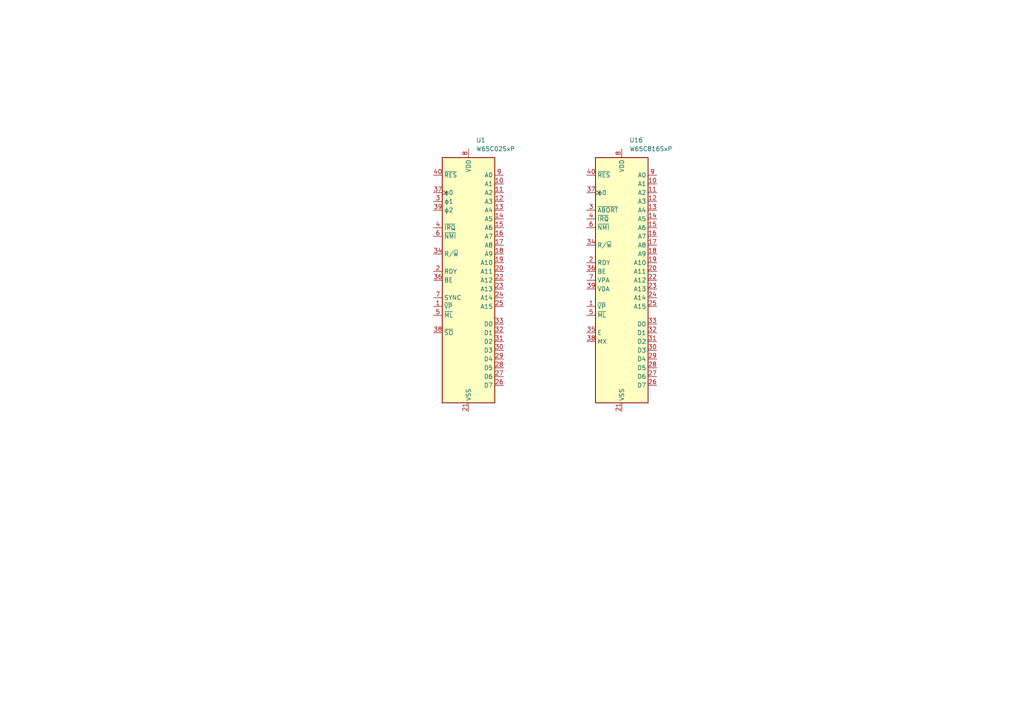
<source format=kicad_sch>
(kicad_sch (version 20231120) (generator "eeschema") (generator_version "8.0")
  (paper "A4")
  (lib_symbols
    (symbol "65xx:W65C02SxP"
      (property "Reference" "U" (at 2.54 40.64 0))
      (property "Value" "W65C02SxP" (at 2.54 38.1 0))
      (symbol "W65C02SxP_0_1"
        (rectangle (start -7.62 35.56) (end 7.62 -35.56) (stroke (width 0.254)) (fill (type background)))
      )
      (symbol "W65C02SxP_1_1"
        (pin output line (at -10.16 -7.62 0) (length 2.54) (name "~{VP}") (number "1"))
        (pin tri_state line (at 10.16 27.94 180) (length 2.54) (name "A1") (number "10"))
        (pin tri_state line (at 10.16 25.4 180) (length 2.54) (name "A2") (number "11"))
        (pin tri_state line (at 10.16 22.86 180) (length 2.54) (name "A3") (number "12"))
        (pin tri_state line (at 10.16 20.32 180) (length 2.54) (name "A4") (number "13"))
        (pin tri_state line (at 10.16 17.78 180) (length 2.54) (name "A5") (number "14"))
        (pin tri_state line (at 10.16 15.24 180) (length 2.54) (name "A6") (number "15"))
        (pin tri_state line (at 10.16 12.7 180) (length 2.54) (name "A7") (number "16"))
        (pin tri_state line (at 10.16 10.16 180) (length 2.54) (name "A8") (number "17"))
        (pin tri_state line (at 10.16 7.62 180) (length 2.54) (name "A9") (number "18"))
        (pin tri_state line (at 10.16 5.08 180) (length 2.54) (name "A10") (number "19"))
        (pin open_collector line (at -10.16 2.54 0) (length 2.54) (name "RDY") (number "2"))
        (pin tri_state line (at 10.16 2.54 180) (length 2.54) (name "A11") (number "20"))
        (pin power_in line (at 0 -38.1 90) (length 2.54) (name "VSS") (number "21"))
        (pin tri_state line (at 10.16 0 180) (length 2.54) (name "A12") (number "22"))
        (pin tri_state line (at 10.16 -2.54 180) (length 2.54) (name "A13") (number "23"))
        (pin tri_state line (at 10.16 -5.08 180) (length 2.54) (name "A14") (number "24"))
        (pin tri_state line (at 10.16 -7.62 180) (length 2.54) (name "A15") (number "25"))
        (pin bidirectional line (at 10.16 -30.48 180) (length 2.54) (name "D7") (number "26"))
        (pin bidirectional line (at 10.16 -27.94 180) (length 2.54) (name "D6") (number "27"))
        (pin bidirectional line (at 10.16 -25.4 180) (length 2.54) (name "D5") (number "28"))
        (pin bidirectional line (at 10.16 -22.86 180) (length 2.54) (name "D4") (number "29"))
        (pin output line (at -10.16 22.86 0) (length 2.54) (name "ϕ1") (number "3"))
        (pin bidirectional line (at 10.16 -20.32 180) (length 2.54) (name "D3") (number "30"))
        (pin bidirectional line (at 10.16 -17.78 180) (length 2.54) (name "D2") (number "31"))
        (pin bidirectional line (at 10.16 -15.24 180) (length 2.54) (name "D1") (number "32"))
        (pin bidirectional line (at 10.16 -12.7 180) (length 2.54) (name "D0") (number "33"))
        (pin tri_state line (at -10.16 7.62 0) (length 2.54) (name "R/~{W}") (number "34"))
        (pin no_connect non_logic (at -7.62 -30.48 0) (length 2.54) hide (name "nc") (number "35"))
        (pin input line (at -10.16 0 0) (length 2.54) (name "BE") (number "36"))
        (pin input clock (at -10.16 25.4 0) (length 2.54) (name "ϕ0") (number "37"))
        (pin input line (at -10.16 -15.24 0) (length 2.54) (name "~{SO}") (number "38"))
        (pin output line (at -10.16 20.32 0) (length 2.54) (name "ϕ2") (number "39"))
        (pin input line (at -10.16 15.24 0) (length 2.54) (name "~{IRQ}") (number "4"))
        (pin input line (at -10.16 30.48 0) (length 2.54) (name "~{RES}") (number "40"))
        (pin output line (at -10.16 -10.16 0) (length 2.54) (name "~{ML}") (number "5"))
        (pin input line (at -10.16 12.7 0) (length 2.54) (name "~{NMI}") (number "6"))
        (pin output line (at -10.16 -5.08 0) (length 2.54) (name "SYNC") (number "7"))
        (pin power_in line (at 0 38.1 270) (length 2.54) (name "VDD") (number "8"))
        (pin tri_state line (at 10.16 30.48 180) (length 2.54) (name "A0") (number "9"))
      )
    )
    (symbol "65xx:W65C816SxP"
      (property "Reference" "U" (at 2.54 40.64 0))
      (property "Value" "W65C816SxP" (at 2.54 38.1 0))
      (symbol "W65C816SxP_0_1"
        (rectangle (start -7.62 35.56) (end 7.62 -35.56) (stroke (width 0.254)) (fill (type background)))
      )
      (symbol "W65C816SxP_1_1"
        (pin output line (at -10.16 -7.62 0) (length 2.54) (name "~{VP}") (number "1"))
        (pin tri_state line (at 10.16 27.94 180) (length 2.54) (name "A1") (number "10"))
        (pin tri_state line (at 10.16 25.4 180) (length 2.54) (name "A2") (number "11"))
        (pin tri_state line (at 10.16 22.86 180) (length 2.54) (name "A3") (number "12"))
        (pin tri_state line (at 10.16 20.32 180) (length 2.54) (name "A4") (number "13"))
        (pin tri_state line (at 10.16 17.78 180) (length 2.54) (name "A5") (number "14"))
        (pin tri_state line (at 10.16 15.24 180) (length 2.54) (name "A6") (number "15"))
        (pin tri_state line (at 10.16 12.7 180) (length 2.54) (name "A7") (number "16"))
        (pin tri_state line (at 10.16 10.16 180) (length 2.54) (name "A8") (number "17"))
        (pin tri_state line (at 10.16 7.62 180) (length 2.54) (name "A9") (number "18"))
        (pin tri_state line (at 10.16 5.08 180) (length 2.54) (name "A10") (number "19"))
        (pin open_collector line (at -10.16 5.08 0) (length 2.54) (name "RDY") (number "2"))
        (pin tri_state line (at 10.16 2.54 180) (length 2.54) (name "A11") (number "20"))
        (pin power_in line (at 0 -38.1 90) (length 2.54) (name "VSS") (number "21"))
        (pin tri_state line (at 10.16 0 180) (length 2.54) (name "A12") (number "22"))
        (pin tri_state line (at 10.16 -2.54 180) (length 2.54) (name "A13") (number "23"))
        (pin tri_state line (at 10.16 -5.08 180) (length 2.54) (name "A14") (number "24"))
        (pin tri_state line (at 10.16 -7.62 180) (length 2.54) (name "A15") (number "25"))
        (pin bidirectional line (at 10.16 -30.48 180) (length 2.54) (name "D7") (number "26"))
        (pin bidirectional line (at 10.16 -27.94 180) (length 2.54) (name "D6") (number "27"))
        (pin bidirectional line (at 10.16 -25.4 180) (length 2.54) (name "D5") (number "28"))
        (pin bidirectional line (at 10.16 -22.86 180) (length 2.54) (name "D4") (number "29"))
        (pin input line (at -10.16 20.32 0) (length 2.54) (name "~{ABORT}") (number "3"))
        (pin bidirectional line (at 10.16 -20.32 180) (length 2.54) (name "D3") (number "30"))
        (pin bidirectional line (at 10.16 -17.78 180) (length 2.54) (name "D2") (number "31"))
        (pin bidirectional line (at 10.16 -15.24 180) (length 2.54) (name "D1") (number "32"))
        (pin bidirectional line (at 10.16 -12.7 180) (length 2.54) (name "D0") (number "33"))
        (pin tri_state line (at -10.16 10.16 0) (length 2.54) (name "R/~{W}") (number "34"))
        (pin output line (at -10.16 -15.24 0) (length 2.54) (name "E") (number "35"))
        (pin input line (at -10.16 2.54 0) (length 2.54) (name "BE") (number "36"))
        (pin input clock (at -10.16 25.4 0) (length 2.54) (name "ϕ0") (number "37"))
        (pin output line (at -10.16 -17.78 0) (length 2.54) (name "MX") (number "38"))
        (pin output line (at -10.16 -2.54 0) (length 2.54) (name "VDA") (number "39"))
        (pin input line (at -10.16 17.78 0) (length 2.54) (name "~{IRQ}") (number "4"))
        (pin input line (at -10.16 30.48 0) (length 2.54) (name "~{RES}") (number "40"))
        (pin output line (at -10.16 -10.16 0) (length 2.54) (name "~{ML}") (number "5"))
        (pin input line (at -10.16 15.24 0) (length 2.54) (name "~{NMI}") (number "6"))
        (pin output line (at -10.16 0 0) (length 2.54) (name "VPA") (number "7"))
        (pin power_in line (at 0 38.1 270) (length 2.54) (name "VDD") (number "8"))
        (pin tri_state line (at 10.16 30.48 180) (length 2.54) (name "A0") (number "9"))
      )
    )
  )
  (symbol (lib_id "65xx:W65C816SxP") (at 180.34 81.28 0) (unit 1)
    (property "Reference" "U16" (at 182.5341 40.64 0) (effects (justify left)))
    (property "Value" "W65C816SxP" (at 182.5341 43.18 0) (effects (justify left)))
    (property "Footprint" "Package_DIP:DIP-40_W15.24mm" (effects (hide yes)))
    (property "Datasheet" "http://www.westerndesigncenter.com/wdc/documentation/w65c816s.pdf" (effects (hide yes)))
    (property "Description" "8/16-bit CMOS General Purpose Microprocessor, DIP-40" (effects (hide yes)))
  )
  (symbol (lib_id "65xx:W65C02SxP") (at 135.89 81.28 0) (unit 1)
    (property "Reference" "U1" (at 138.0841 40.64 0) (effects (justify left)))
    (property "Value" "W65C02SxP" (at 138.0841 43.18 0) (effects (justify left)))
    (property "Footprint" "Package_DIP:DIP-40_W15.24mm" (effects (hide yes)))
    (property "Datasheet" "http://www.westerndesigncenter.com/wdc/documentation/w65c02s.pdf" (effects (hide yes)))
    (property "Description" "8-bit CMOS General Purpose Microprocessor, DIP-40" (effects (hide yes)))
  )
)
</source>
